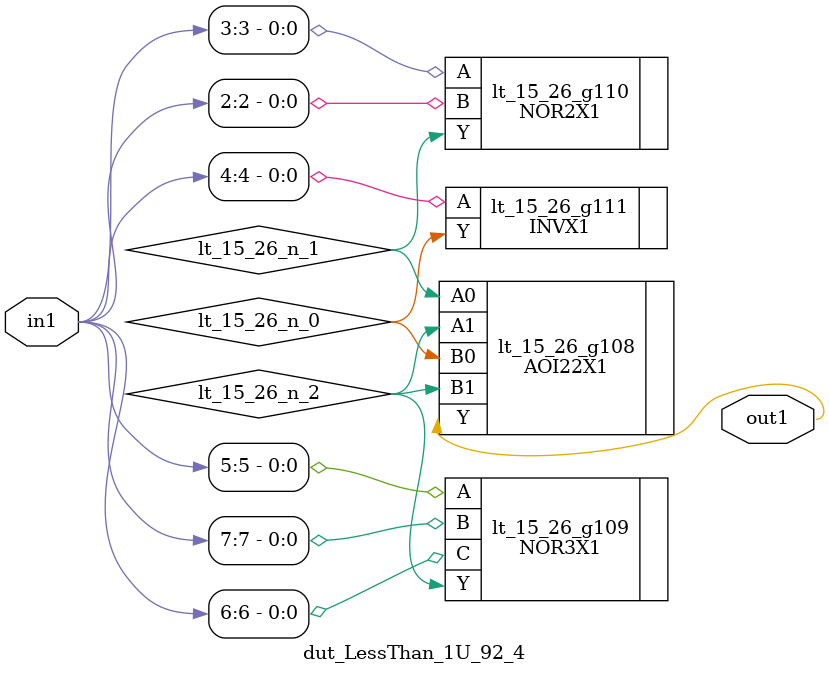
<source format=v>
`timescale 1ps / 1ps


module dut_LessThan_1U_92_4(in1, out1);
  input [7:0] in1;
  output out1;
  wire [7:0] in1;
  wire out1;
  wire lt_15_26_n_0, lt_15_26_n_1, lt_15_26_n_2;
  AOI22X1 lt_15_26_g108(.A0 (lt_15_26_n_1), .A1 (lt_15_26_n_2), .B0
       (lt_15_26_n_0), .B1 (lt_15_26_n_2), .Y (out1));
  NOR3X1 lt_15_26_g109(.A (in1[5]), .B (in1[7]), .C (in1[6]), .Y
       (lt_15_26_n_2));
  NOR2X1 lt_15_26_g110(.A (in1[3]), .B (in1[2]), .Y (lt_15_26_n_1));
  INVX1 lt_15_26_g111(.A (in1[4]), .Y (lt_15_26_n_0));
endmodule



</source>
